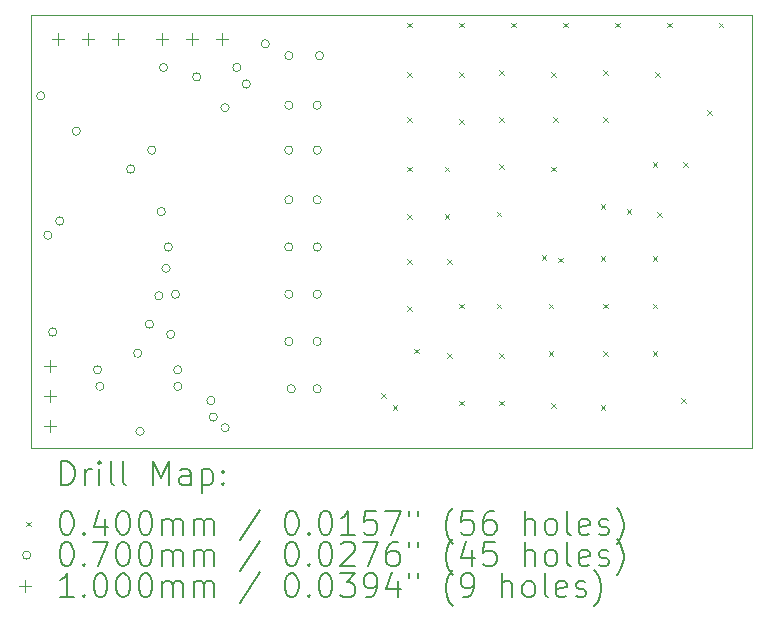
<source format=gbr>
%FSLAX45Y45*%
G04 Gerber Fmt 4.5, Leading zero omitted, Abs format (unit mm)*
G04 Created by KiCad (PCBNEW (6.0.2)) date 2022-05-19 16:25:28*
%MOMM*%
%LPD*%
G01*
G04 APERTURE LIST*
%TA.AperFunction,Profile*%
%ADD10C,0.100000*%
%TD*%
%ADD11C,0.200000*%
%ADD12C,0.040000*%
%ADD13C,0.070000*%
%ADD14C,0.100000*%
G04 APERTURE END LIST*
D10*
X0Y0D02*
X0Y3660000D01*
X6100000Y3660000D02*
X6100000Y0D01*
X6100000Y0D02*
X0Y0D01*
X0Y3660000D02*
X6100000Y3660000D01*
D11*
D12*
X2960000Y460000D02*
X3000000Y420000D01*
X3000000Y460000D02*
X2960000Y420000D01*
X3060000Y360000D02*
X3100000Y320000D01*
X3100000Y360000D02*
X3060000Y320000D01*
X3180000Y3600000D02*
X3220000Y3560000D01*
X3220000Y3600000D02*
X3180000Y3560000D01*
X3180000Y3180000D02*
X3220000Y3140000D01*
X3220000Y3180000D02*
X3180000Y3140000D01*
X3180000Y2800000D02*
X3220000Y2760000D01*
X3220000Y2800000D02*
X3180000Y2760000D01*
X3180000Y2380000D02*
X3220000Y2340000D01*
X3220000Y2380000D02*
X3180000Y2340000D01*
X3180000Y1980000D02*
X3220000Y1940000D01*
X3220000Y1980000D02*
X3180000Y1940000D01*
X3180000Y1600000D02*
X3220000Y1560000D01*
X3220000Y1600000D02*
X3180000Y1560000D01*
X3180000Y1200000D02*
X3220000Y1160000D01*
X3220000Y1200000D02*
X3180000Y1160000D01*
X3240000Y840000D02*
X3280000Y800000D01*
X3280000Y840000D02*
X3240000Y800000D01*
X3500000Y2380000D02*
X3540000Y2340000D01*
X3540000Y2380000D02*
X3500000Y2340000D01*
X3500000Y1980000D02*
X3540000Y1940000D01*
X3540000Y1980000D02*
X3500000Y1940000D01*
X3520000Y1600000D02*
X3560000Y1560000D01*
X3560000Y1600000D02*
X3520000Y1560000D01*
X3520000Y800000D02*
X3560000Y760000D01*
X3560000Y800000D02*
X3520000Y760000D01*
X3620000Y3600000D02*
X3660000Y3560000D01*
X3660000Y3600000D02*
X3620000Y3560000D01*
X3620000Y3180000D02*
X3660000Y3140000D01*
X3660000Y3180000D02*
X3620000Y3140000D01*
X3620000Y2780000D02*
X3660000Y2740000D01*
X3660000Y2780000D02*
X3620000Y2740000D01*
X3620000Y1220000D02*
X3660000Y1180000D01*
X3660000Y1220000D02*
X3620000Y1180000D01*
X3620000Y400000D02*
X3660000Y360000D01*
X3660000Y400000D02*
X3620000Y360000D01*
X3940000Y2000000D02*
X3980000Y1960000D01*
X3980000Y2000000D02*
X3940000Y1960000D01*
X3940000Y1220000D02*
X3980000Y1180000D01*
X3980000Y1220000D02*
X3940000Y1180000D01*
X3960000Y3200000D02*
X4000000Y3160000D01*
X4000000Y3200000D02*
X3960000Y3160000D01*
X3960000Y2800000D02*
X4000000Y2760000D01*
X4000000Y2800000D02*
X3960000Y2760000D01*
X3960000Y2400000D02*
X4000000Y2360000D01*
X4000000Y2400000D02*
X3960000Y2360000D01*
X3960000Y800000D02*
X4000000Y760000D01*
X4000000Y800000D02*
X3960000Y760000D01*
X3960000Y400000D02*
X4000000Y360000D01*
X4000000Y400000D02*
X3960000Y360000D01*
X4060000Y3600000D02*
X4100000Y3560000D01*
X4100000Y3600000D02*
X4060000Y3560000D01*
X4320619Y1631060D02*
X4360619Y1591060D01*
X4360619Y1631060D02*
X4320619Y1591060D01*
X4380000Y1220000D02*
X4420000Y1180000D01*
X4420000Y1220000D02*
X4380000Y1180000D01*
X4380000Y820000D02*
X4420000Y780000D01*
X4420000Y820000D02*
X4380000Y780000D01*
X4400000Y3180000D02*
X4440000Y3140000D01*
X4440000Y3180000D02*
X4400000Y3140000D01*
X4400000Y2380000D02*
X4440000Y2340000D01*
X4440000Y2380000D02*
X4400000Y2340000D01*
X4400000Y380000D02*
X4440000Y340000D01*
X4440000Y380000D02*
X4400000Y340000D01*
X4420000Y2800000D02*
X4460000Y2760000D01*
X4460000Y2800000D02*
X4420000Y2760000D01*
X4460000Y1608800D02*
X4500000Y1568800D01*
X4500000Y1608800D02*
X4460000Y1568800D01*
X4500000Y3600000D02*
X4540000Y3560000D01*
X4540000Y3600000D02*
X4500000Y3560000D01*
X4820000Y2060000D02*
X4860000Y2020000D01*
X4860000Y2060000D02*
X4820000Y2020000D01*
X4820000Y1620000D02*
X4860000Y1580000D01*
X4860000Y1620000D02*
X4820000Y1580000D01*
X4820000Y360000D02*
X4860000Y320000D01*
X4860000Y360000D02*
X4820000Y320000D01*
X4840000Y3200000D02*
X4880000Y3160000D01*
X4880000Y3200000D02*
X4840000Y3160000D01*
X4840000Y2800000D02*
X4880000Y2760000D01*
X4880000Y2800000D02*
X4840000Y2760000D01*
X4840000Y1220000D02*
X4880000Y1180000D01*
X4880000Y1220000D02*
X4840000Y1180000D01*
X4840000Y820000D02*
X4880000Y780000D01*
X4880000Y820000D02*
X4840000Y780000D01*
X4940000Y3600000D02*
X4980000Y3560000D01*
X4980000Y3600000D02*
X4940000Y3560000D01*
X5040026Y2019975D02*
X5080026Y1979975D01*
X5080026Y2019975D02*
X5040026Y1979975D01*
X5260000Y2420000D02*
X5300000Y2380000D01*
X5300000Y2420000D02*
X5260000Y2380000D01*
X5260000Y1620000D02*
X5300000Y1580000D01*
X5300000Y1620000D02*
X5260000Y1580000D01*
X5260000Y1220000D02*
X5300000Y1180000D01*
X5300000Y1220000D02*
X5260000Y1180000D01*
X5260000Y820000D02*
X5300000Y780000D01*
X5300000Y820000D02*
X5260000Y780000D01*
X5280000Y3180000D02*
X5320000Y3140000D01*
X5320000Y3180000D02*
X5280000Y3140000D01*
X5298888Y1996263D02*
X5338888Y1956263D01*
X5338888Y1996263D02*
X5298888Y1956263D01*
X5380000Y3600000D02*
X5420000Y3560000D01*
X5420000Y3600000D02*
X5380000Y3560000D01*
X5500000Y420000D02*
X5540000Y380000D01*
X5540000Y420000D02*
X5500000Y380000D01*
X5519796Y2419514D02*
X5559796Y2379514D01*
X5559796Y2419514D02*
X5519796Y2379514D01*
X5720000Y2860000D02*
X5760000Y2820000D01*
X5760000Y2860000D02*
X5720000Y2820000D01*
X5820000Y3600000D02*
X5860000Y3560000D01*
X5860000Y3600000D02*
X5820000Y3560000D01*
D13*
X115000Y2980000D02*
G75*
G03*
X115000Y2980000I-35000J0D01*
G01*
X174950Y1800000D02*
G75*
G03*
X174950Y1800000I-35000J0D01*
G01*
X215000Y980000D02*
G75*
G03*
X215000Y980000I-35000J0D01*
G01*
X275000Y1920000D02*
G75*
G03*
X275000Y1920000I-35000J0D01*
G01*
X415000Y2680000D02*
G75*
G03*
X415000Y2680000I-35000J0D01*
G01*
X595000Y660000D02*
G75*
G03*
X595000Y660000I-35000J0D01*
G01*
X615000Y520000D02*
G75*
G03*
X615000Y520000I-35000J0D01*
G01*
X875000Y2360000D02*
G75*
G03*
X875000Y2360000I-35000J0D01*
G01*
X935000Y800000D02*
G75*
G03*
X935000Y800000I-35000J0D01*
G01*
X955000Y140000D02*
G75*
G03*
X955000Y140000I-35000J0D01*
G01*
X1034950Y1046849D02*
G75*
G03*
X1034950Y1046849I-35000J0D01*
G01*
X1055000Y2520000D02*
G75*
G03*
X1055000Y2520000I-35000J0D01*
G01*
X1114950Y1286849D02*
G75*
G03*
X1114950Y1286849I-35000J0D01*
G01*
X1135000Y2000000D02*
G75*
G03*
X1135000Y2000000I-35000J0D01*
G01*
X1155000Y3220000D02*
G75*
G03*
X1155000Y3220000I-35000J0D01*
G01*
X1175000Y1520000D02*
G75*
G03*
X1175000Y1520000I-35000J0D01*
G01*
X1195000Y1700000D02*
G75*
G03*
X1195000Y1700000I-35000J0D01*
G01*
X1215000Y960000D02*
G75*
G03*
X1215000Y960000I-35000J0D01*
G01*
X1255000Y1300000D02*
G75*
G03*
X1255000Y1300000I-35000J0D01*
G01*
X1275000Y660000D02*
G75*
G03*
X1275000Y660000I-35000J0D01*
G01*
X1275000Y520000D02*
G75*
G03*
X1275000Y520000I-35000J0D01*
G01*
X1435000Y3140000D02*
G75*
G03*
X1435000Y3140000I-35000J0D01*
G01*
X1555000Y400000D02*
G75*
G03*
X1555000Y400000I-35000J0D01*
G01*
X1575000Y260000D02*
G75*
G03*
X1575000Y260000I-35000J0D01*
G01*
X1675000Y2880000D02*
G75*
G03*
X1675000Y2880000I-35000J0D01*
G01*
X1675000Y169900D02*
G75*
G03*
X1675000Y169900I-35000J0D01*
G01*
X1775000Y3220000D02*
G75*
G03*
X1775000Y3220000I-35000J0D01*
G01*
X1855000Y3080000D02*
G75*
G03*
X1855000Y3080000I-35000J0D01*
G01*
X2015000Y3420000D02*
G75*
G03*
X2015000Y3420000I-35000J0D01*
G01*
X2215000Y3320000D02*
G75*
G03*
X2215000Y3320000I-35000J0D01*
G01*
X2215000Y2900000D02*
G75*
G03*
X2215000Y2900000I-35000J0D01*
G01*
X2215000Y2520000D02*
G75*
G03*
X2215000Y2520000I-35000J0D01*
G01*
X2215000Y2100000D02*
G75*
G03*
X2215000Y2100000I-35000J0D01*
G01*
X2215000Y1700000D02*
G75*
G03*
X2215000Y1700000I-35000J0D01*
G01*
X2215000Y1300000D02*
G75*
G03*
X2215000Y1300000I-35000J0D01*
G01*
X2215000Y900000D02*
G75*
G03*
X2215000Y900000I-35000J0D01*
G01*
X2235000Y500000D02*
G75*
G03*
X2235000Y500000I-35000J0D01*
G01*
X2455000Y2900000D02*
G75*
G03*
X2455000Y2900000I-35000J0D01*
G01*
X2455000Y2520000D02*
G75*
G03*
X2455000Y2520000I-35000J0D01*
G01*
X2455000Y2100000D02*
G75*
G03*
X2455000Y2100000I-35000J0D01*
G01*
X2455000Y1700000D02*
G75*
G03*
X2455000Y1700000I-35000J0D01*
G01*
X2455000Y1300000D02*
G75*
G03*
X2455000Y1300000I-35000J0D01*
G01*
X2455000Y900000D02*
G75*
G03*
X2455000Y900000I-35000J0D01*
G01*
X2455000Y500000D02*
G75*
G03*
X2455000Y500000I-35000J0D01*
G01*
X2475000Y3320000D02*
G75*
G03*
X2475000Y3320000I-35000J0D01*
G01*
D14*
X157500Y745500D02*
X157500Y645500D01*
X107500Y695500D02*
X207500Y695500D01*
X157500Y491500D02*
X157500Y391500D01*
X107500Y441500D02*
X207500Y441500D01*
X157500Y237500D02*
X157500Y137500D01*
X107500Y187500D02*
X207500Y187500D01*
X227500Y3512500D02*
X227500Y3412500D01*
X177500Y3462500D02*
X277500Y3462500D01*
X481500Y3512500D02*
X481500Y3412500D01*
X431500Y3462500D02*
X531500Y3462500D01*
X735500Y3512500D02*
X735500Y3412500D01*
X685500Y3462500D02*
X785500Y3462500D01*
X1107500Y3512500D02*
X1107500Y3412500D01*
X1057500Y3462500D02*
X1157500Y3462500D01*
X1361500Y3512500D02*
X1361500Y3412500D01*
X1311500Y3462500D02*
X1411500Y3462500D01*
X1615500Y3512500D02*
X1615500Y3412500D01*
X1565500Y3462500D02*
X1665500Y3462500D01*
D11*
X252619Y-315476D02*
X252619Y-115476D01*
X300238Y-115476D01*
X328810Y-125000D01*
X347857Y-144048D01*
X357381Y-163095D01*
X366905Y-201190D01*
X366905Y-229762D01*
X357381Y-267857D01*
X347857Y-286905D01*
X328810Y-305952D01*
X300238Y-315476D01*
X252619Y-315476D01*
X452619Y-315476D02*
X452619Y-182143D01*
X452619Y-220238D02*
X462143Y-201190D01*
X471667Y-191667D01*
X490714Y-182143D01*
X509762Y-182143D01*
X576429Y-315476D02*
X576429Y-182143D01*
X576429Y-115476D02*
X566905Y-125000D01*
X576429Y-134524D01*
X585952Y-125000D01*
X576429Y-115476D01*
X576429Y-134524D01*
X700238Y-315476D02*
X681190Y-305952D01*
X671667Y-286905D01*
X671667Y-115476D01*
X805000Y-315476D02*
X785952Y-305952D01*
X776428Y-286905D01*
X776428Y-115476D01*
X1033571Y-315476D02*
X1033571Y-115476D01*
X1100238Y-258333D01*
X1166905Y-115476D01*
X1166905Y-315476D01*
X1347857Y-315476D02*
X1347857Y-210714D01*
X1338333Y-191667D01*
X1319286Y-182143D01*
X1281190Y-182143D01*
X1262143Y-191667D01*
X1347857Y-305952D02*
X1328810Y-315476D01*
X1281190Y-315476D01*
X1262143Y-305952D01*
X1252619Y-286905D01*
X1252619Y-267857D01*
X1262143Y-248809D01*
X1281190Y-239286D01*
X1328810Y-239286D01*
X1347857Y-229762D01*
X1443095Y-182143D02*
X1443095Y-382143D01*
X1443095Y-191667D02*
X1462143Y-182143D01*
X1500238Y-182143D01*
X1519286Y-191667D01*
X1528809Y-201190D01*
X1538333Y-220238D01*
X1538333Y-277381D01*
X1528809Y-296429D01*
X1519286Y-305952D01*
X1500238Y-315476D01*
X1462143Y-315476D01*
X1443095Y-305952D01*
X1624048Y-296429D02*
X1633571Y-305952D01*
X1624048Y-315476D01*
X1614524Y-305952D01*
X1624048Y-296429D01*
X1624048Y-315476D01*
X1624048Y-191667D02*
X1633571Y-201190D01*
X1624048Y-210714D01*
X1614524Y-201190D01*
X1624048Y-191667D01*
X1624048Y-210714D01*
D12*
X-45000Y-625000D02*
X-5000Y-665000D01*
X-5000Y-625000D02*
X-45000Y-665000D01*
D11*
X290714Y-535476D02*
X309762Y-535476D01*
X328810Y-545000D01*
X338333Y-554524D01*
X347857Y-573571D01*
X357381Y-611667D01*
X357381Y-659286D01*
X347857Y-697381D01*
X338333Y-716428D01*
X328810Y-725952D01*
X309762Y-735476D01*
X290714Y-735476D01*
X271667Y-725952D01*
X262143Y-716428D01*
X252619Y-697381D01*
X243095Y-659286D01*
X243095Y-611667D01*
X252619Y-573571D01*
X262143Y-554524D01*
X271667Y-545000D01*
X290714Y-535476D01*
X443095Y-716428D02*
X452619Y-725952D01*
X443095Y-735476D01*
X433571Y-725952D01*
X443095Y-716428D01*
X443095Y-735476D01*
X624048Y-602143D02*
X624048Y-735476D01*
X576429Y-525952D02*
X528810Y-668810D01*
X652619Y-668810D01*
X766905Y-535476D02*
X785952Y-535476D01*
X805000Y-545000D01*
X814524Y-554524D01*
X824048Y-573571D01*
X833571Y-611667D01*
X833571Y-659286D01*
X824048Y-697381D01*
X814524Y-716428D01*
X805000Y-725952D01*
X785952Y-735476D01*
X766905Y-735476D01*
X747857Y-725952D01*
X738333Y-716428D01*
X728809Y-697381D01*
X719286Y-659286D01*
X719286Y-611667D01*
X728809Y-573571D01*
X738333Y-554524D01*
X747857Y-545000D01*
X766905Y-535476D01*
X957381Y-535476D02*
X976428Y-535476D01*
X995476Y-545000D01*
X1005000Y-554524D01*
X1014524Y-573571D01*
X1024048Y-611667D01*
X1024048Y-659286D01*
X1014524Y-697381D01*
X1005000Y-716428D01*
X995476Y-725952D01*
X976428Y-735476D01*
X957381Y-735476D01*
X938333Y-725952D01*
X928809Y-716428D01*
X919286Y-697381D01*
X909762Y-659286D01*
X909762Y-611667D01*
X919286Y-573571D01*
X928809Y-554524D01*
X938333Y-545000D01*
X957381Y-535476D01*
X1109762Y-735476D02*
X1109762Y-602143D01*
X1109762Y-621190D02*
X1119286Y-611667D01*
X1138333Y-602143D01*
X1166905Y-602143D01*
X1185952Y-611667D01*
X1195476Y-630714D01*
X1195476Y-735476D01*
X1195476Y-630714D02*
X1205000Y-611667D01*
X1224048Y-602143D01*
X1252619Y-602143D01*
X1271667Y-611667D01*
X1281190Y-630714D01*
X1281190Y-735476D01*
X1376429Y-735476D02*
X1376429Y-602143D01*
X1376429Y-621190D02*
X1385952Y-611667D01*
X1405000Y-602143D01*
X1433571Y-602143D01*
X1452619Y-611667D01*
X1462143Y-630714D01*
X1462143Y-735476D01*
X1462143Y-630714D02*
X1471667Y-611667D01*
X1490714Y-602143D01*
X1519286Y-602143D01*
X1538333Y-611667D01*
X1547857Y-630714D01*
X1547857Y-735476D01*
X1938333Y-525952D02*
X1766905Y-783095D01*
X2195476Y-535476D02*
X2214524Y-535476D01*
X2233571Y-545000D01*
X2243095Y-554524D01*
X2252619Y-573571D01*
X2262143Y-611667D01*
X2262143Y-659286D01*
X2252619Y-697381D01*
X2243095Y-716428D01*
X2233571Y-725952D01*
X2214524Y-735476D01*
X2195476Y-735476D01*
X2176429Y-725952D01*
X2166905Y-716428D01*
X2157381Y-697381D01*
X2147857Y-659286D01*
X2147857Y-611667D01*
X2157381Y-573571D01*
X2166905Y-554524D01*
X2176429Y-545000D01*
X2195476Y-535476D01*
X2347857Y-716428D02*
X2357381Y-725952D01*
X2347857Y-735476D01*
X2338333Y-725952D01*
X2347857Y-716428D01*
X2347857Y-735476D01*
X2481190Y-535476D02*
X2500238Y-535476D01*
X2519286Y-545000D01*
X2528810Y-554524D01*
X2538333Y-573571D01*
X2547857Y-611667D01*
X2547857Y-659286D01*
X2538333Y-697381D01*
X2528810Y-716428D01*
X2519286Y-725952D01*
X2500238Y-735476D01*
X2481190Y-735476D01*
X2462143Y-725952D01*
X2452619Y-716428D01*
X2443095Y-697381D01*
X2433571Y-659286D01*
X2433571Y-611667D01*
X2443095Y-573571D01*
X2452619Y-554524D01*
X2462143Y-545000D01*
X2481190Y-535476D01*
X2738333Y-735476D02*
X2624048Y-735476D01*
X2681190Y-735476D02*
X2681190Y-535476D01*
X2662143Y-564048D01*
X2643095Y-583095D01*
X2624048Y-592619D01*
X2919286Y-535476D02*
X2824048Y-535476D01*
X2814524Y-630714D01*
X2824048Y-621190D01*
X2843095Y-611667D01*
X2890714Y-611667D01*
X2909762Y-621190D01*
X2919286Y-630714D01*
X2928809Y-649762D01*
X2928809Y-697381D01*
X2919286Y-716428D01*
X2909762Y-725952D01*
X2890714Y-735476D01*
X2843095Y-735476D01*
X2824048Y-725952D01*
X2814524Y-716428D01*
X2995476Y-535476D02*
X3128809Y-535476D01*
X3043095Y-735476D01*
X3195476Y-535476D02*
X3195476Y-573571D01*
X3271667Y-535476D02*
X3271667Y-573571D01*
X3566905Y-811667D02*
X3557381Y-802143D01*
X3538333Y-773571D01*
X3528809Y-754524D01*
X3519286Y-725952D01*
X3509762Y-678333D01*
X3509762Y-640238D01*
X3519286Y-592619D01*
X3528809Y-564048D01*
X3538333Y-545000D01*
X3557381Y-516428D01*
X3566905Y-506905D01*
X3738333Y-535476D02*
X3643095Y-535476D01*
X3633571Y-630714D01*
X3643095Y-621190D01*
X3662143Y-611667D01*
X3709762Y-611667D01*
X3728809Y-621190D01*
X3738333Y-630714D01*
X3747857Y-649762D01*
X3747857Y-697381D01*
X3738333Y-716428D01*
X3728809Y-725952D01*
X3709762Y-735476D01*
X3662143Y-735476D01*
X3643095Y-725952D01*
X3633571Y-716428D01*
X3919286Y-535476D02*
X3881190Y-535476D01*
X3862143Y-545000D01*
X3852619Y-554524D01*
X3833571Y-583095D01*
X3824048Y-621190D01*
X3824048Y-697381D01*
X3833571Y-716428D01*
X3843095Y-725952D01*
X3862143Y-735476D01*
X3900238Y-735476D01*
X3919286Y-725952D01*
X3928809Y-716428D01*
X3938333Y-697381D01*
X3938333Y-649762D01*
X3928809Y-630714D01*
X3919286Y-621190D01*
X3900238Y-611667D01*
X3862143Y-611667D01*
X3843095Y-621190D01*
X3833571Y-630714D01*
X3824048Y-649762D01*
X4176428Y-735476D02*
X4176428Y-535476D01*
X4262143Y-735476D02*
X4262143Y-630714D01*
X4252619Y-611667D01*
X4233571Y-602143D01*
X4205000Y-602143D01*
X4185952Y-611667D01*
X4176428Y-621190D01*
X4385952Y-735476D02*
X4366905Y-725952D01*
X4357381Y-716428D01*
X4347857Y-697381D01*
X4347857Y-640238D01*
X4357381Y-621190D01*
X4366905Y-611667D01*
X4385952Y-602143D01*
X4414524Y-602143D01*
X4433571Y-611667D01*
X4443095Y-621190D01*
X4452619Y-640238D01*
X4452619Y-697381D01*
X4443095Y-716428D01*
X4433571Y-725952D01*
X4414524Y-735476D01*
X4385952Y-735476D01*
X4566905Y-735476D02*
X4547857Y-725952D01*
X4538333Y-706905D01*
X4538333Y-535476D01*
X4719286Y-725952D02*
X4700238Y-735476D01*
X4662143Y-735476D01*
X4643095Y-725952D01*
X4633571Y-706905D01*
X4633571Y-630714D01*
X4643095Y-611667D01*
X4662143Y-602143D01*
X4700238Y-602143D01*
X4719286Y-611667D01*
X4728810Y-630714D01*
X4728810Y-649762D01*
X4633571Y-668810D01*
X4805000Y-725952D02*
X4824048Y-735476D01*
X4862143Y-735476D01*
X4881190Y-725952D01*
X4890714Y-706905D01*
X4890714Y-697381D01*
X4881190Y-678333D01*
X4862143Y-668810D01*
X4833571Y-668810D01*
X4814524Y-659286D01*
X4805000Y-640238D01*
X4805000Y-630714D01*
X4814524Y-611667D01*
X4833571Y-602143D01*
X4862143Y-602143D01*
X4881190Y-611667D01*
X4957381Y-811667D02*
X4966905Y-802143D01*
X4985952Y-773571D01*
X4995476Y-754524D01*
X5005000Y-725952D01*
X5014524Y-678333D01*
X5014524Y-640238D01*
X5005000Y-592619D01*
X4995476Y-564048D01*
X4985952Y-545000D01*
X4966905Y-516428D01*
X4957381Y-506905D01*
D13*
X-5000Y-909000D02*
G75*
G03*
X-5000Y-909000I-35000J0D01*
G01*
D11*
X290714Y-799476D02*
X309762Y-799476D01*
X328810Y-809000D01*
X338333Y-818524D01*
X347857Y-837571D01*
X357381Y-875667D01*
X357381Y-923286D01*
X347857Y-961381D01*
X338333Y-980428D01*
X328810Y-989952D01*
X309762Y-999476D01*
X290714Y-999476D01*
X271667Y-989952D01*
X262143Y-980428D01*
X252619Y-961381D01*
X243095Y-923286D01*
X243095Y-875667D01*
X252619Y-837571D01*
X262143Y-818524D01*
X271667Y-809000D01*
X290714Y-799476D01*
X443095Y-980428D02*
X452619Y-989952D01*
X443095Y-999476D01*
X433571Y-989952D01*
X443095Y-980428D01*
X443095Y-999476D01*
X519286Y-799476D02*
X652619Y-799476D01*
X566905Y-999476D01*
X766905Y-799476D02*
X785952Y-799476D01*
X805000Y-809000D01*
X814524Y-818524D01*
X824048Y-837571D01*
X833571Y-875667D01*
X833571Y-923286D01*
X824048Y-961381D01*
X814524Y-980428D01*
X805000Y-989952D01*
X785952Y-999476D01*
X766905Y-999476D01*
X747857Y-989952D01*
X738333Y-980428D01*
X728809Y-961381D01*
X719286Y-923286D01*
X719286Y-875667D01*
X728809Y-837571D01*
X738333Y-818524D01*
X747857Y-809000D01*
X766905Y-799476D01*
X957381Y-799476D02*
X976428Y-799476D01*
X995476Y-809000D01*
X1005000Y-818524D01*
X1014524Y-837571D01*
X1024048Y-875667D01*
X1024048Y-923286D01*
X1014524Y-961381D01*
X1005000Y-980428D01*
X995476Y-989952D01*
X976428Y-999476D01*
X957381Y-999476D01*
X938333Y-989952D01*
X928809Y-980428D01*
X919286Y-961381D01*
X909762Y-923286D01*
X909762Y-875667D01*
X919286Y-837571D01*
X928809Y-818524D01*
X938333Y-809000D01*
X957381Y-799476D01*
X1109762Y-999476D02*
X1109762Y-866143D01*
X1109762Y-885190D02*
X1119286Y-875667D01*
X1138333Y-866143D01*
X1166905Y-866143D01*
X1185952Y-875667D01*
X1195476Y-894714D01*
X1195476Y-999476D01*
X1195476Y-894714D02*
X1205000Y-875667D01*
X1224048Y-866143D01*
X1252619Y-866143D01*
X1271667Y-875667D01*
X1281190Y-894714D01*
X1281190Y-999476D01*
X1376429Y-999476D02*
X1376429Y-866143D01*
X1376429Y-885190D02*
X1385952Y-875667D01*
X1405000Y-866143D01*
X1433571Y-866143D01*
X1452619Y-875667D01*
X1462143Y-894714D01*
X1462143Y-999476D01*
X1462143Y-894714D02*
X1471667Y-875667D01*
X1490714Y-866143D01*
X1519286Y-866143D01*
X1538333Y-875667D01*
X1547857Y-894714D01*
X1547857Y-999476D01*
X1938333Y-789952D02*
X1766905Y-1047095D01*
X2195476Y-799476D02*
X2214524Y-799476D01*
X2233571Y-809000D01*
X2243095Y-818524D01*
X2252619Y-837571D01*
X2262143Y-875667D01*
X2262143Y-923286D01*
X2252619Y-961381D01*
X2243095Y-980428D01*
X2233571Y-989952D01*
X2214524Y-999476D01*
X2195476Y-999476D01*
X2176429Y-989952D01*
X2166905Y-980428D01*
X2157381Y-961381D01*
X2147857Y-923286D01*
X2147857Y-875667D01*
X2157381Y-837571D01*
X2166905Y-818524D01*
X2176429Y-809000D01*
X2195476Y-799476D01*
X2347857Y-980428D02*
X2357381Y-989952D01*
X2347857Y-999476D01*
X2338333Y-989952D01*
X2347857Y-980428D01*
X2347857Y-999476D01*
X2481190Y-799476D02*
X2500238Y-799476D01*
X2519286Y-809000D01*
X2528810Y-818524D01*
X2538333Y-837571D01*
X2547857Y-875667D01*
X2547857Y-923286D01*
X2538333Y-961381D01*
X2528810Y-980428D01*
X2519286Y-989952D01*
X2500238Y-999476D01*
X2481190Y-999476D01*
X2462143Y-989952D01*
X2452619Y-980428D01*
X2443095Y-961381D01*
X2433571Y-923286D01*
X2433571Y-875667D01*
X2443095Y-837571D01*
X2452619Y-818524D01*
X2462143Y-809000D01*
X2481190Y-799476D01*
X2624048Y-818524D02*
X2633571Y-809000D01*
X2652619Y-799476D01*
X2700238Y-799476D01*
X2719286Y-809000D01*
X2728810Y-818524D01*
X2738333Y-837571D01*
X2738333Y-856619D01*
X2728810Y-885190D01*
X2614524Y-999476D01*
X2738333Y-999476D01*
X2805000Y-799476D02*
X2938333Y-799476D01*
X2852619Y-999476D01*
X3100238Y-799476D02*
X3062143Y-799476D01*
X3043095Y-809000D01*
X3033571Y-818524D01*
X3014524Y-847095D01*
X3005000Y-885190D01*
X3005000Y-961381D01*
X3014524Y-980428D01*
X3024048Y-989952D01*
X3043095Y-999476D01*
X3081190Y-999476D01*
X3100238Y-989952D01*
X3109762Y-980428D01*
X3119286Y-961381D01*
X3119286Y-913762D01*
X3109762Y-894714D01*
X3100238Y-885190D01*
X3081190Y-875667D01*
X3043095Y-875667D01*
X3024048Y-885190D01*
X3014524Y-894714D01*
X3005000Y-913762D01*
X3195476Y-799476D02*
X3195476Y-837571D01*
X3271667Y-799476D02*
X3271667Y-837571D01*
X3566905Y-1075667D02*
X3557381Y-1066143D01*
X3538333Y-1037571D01*
X3528809Y-1018524D01*
X3519286Y-989952D01*
X3509762Y-942333D01*
X3509762Y-904238D01*
X3519286Y-856619D01*
X3528809Y-828048D01*
X3538333Y-809000D01*
X3557381Y-780428D01*
X3566905Y-770905D01*
X3728809Y-866143D02*
X3728809Y-999476D01*
X3681190Y-789952D02*
X3633571Y-932809D01*
X3757381Y-932809D01*
X3928809Y-799476D02*
X3833571Y-799476D01*
X3824048Y-894714D01*
X3833571Y-885190D01*
X3852619Y-875667D01*
X3900238Y-875667D01*
X3919286Y-885190D01*
X3928809Y-894714D01*
X3938333Y-913762D01*
X3938333Y-961381D01*
X3928809Y-980428D01*
X3919286Y-989952D01*
X3900238Y-999476D01*
X3852619Y-999476D01*
X3833571Y-989952D01*
X3824048Y-980428D01*
X4176428Y-999476D02*
X4176428Y-799476D01*
X4262143Y-999476D02*
X4262143Y-894714D01*
X4252619Y-875667D01*
X4233571Y-866143D01*
X4205000Y-866143D01*
X4185952Y-875667D01*
X4176428Y-885190D01*
X4385952Y-999476D02*
X4366905Y-989952D01*
X4357381Y-980428D01*
X4347857Y-961381D01*
X4347857Y-904238D01*
X4357381Y-885190D01*
X4366905Y-875667D01*
X4385952Y-866143D01*
X4414524Y-866143D01*
X4433571Y-875667D01*
X4443095Y-885190D01*
X4452619Y-904238D01*
X4452619Y-961381D01*
X4443095Y-980428D01*
X4433571Y-989952D01*
X4414524Y-999476D01*
X4385952Y-999476D01*
X4566905Y-999476D02*
X4547857Y-989952D01*
X4538333Y-970905D01*
X4538333Y-799476D01*
X4719286Y-989952D02*
X4700238Y-999476D01*
X4662143Y-999476D01*
X4643095Y-989952D01*
X4633571Y-970905D01*
X4633571Y-894714D01*
X4643095Y-875667D01*
X4662143Y-866143D01*
X4700238Y-866143D01*
X4719286Y-875667D01*
X4728810Y-894714D01*
X4728810Y-913762D01*
X4633571Y-932809D01*
X4805000Y-989952D02*
X4824048Y-999476D01*
X4862143Y-999476D01*
X4881190Y-989952D01*
X4890714Y-970905D01*
X4890714Y-961381D01*
X4881190Y-942333D01*
X4862143Y-932809D01*
X4833571Y-932809D01*
X4814524Y-923286D01*
X4805000Y-904238D01*
X4805000Y-894714D01*
X4814524Y-875667D01*
X4833571Y-866143D01*
X4862143Y-866143D01*
X4881190Y-875667D01*
X4957381Y-1075667D02*
X4966905Y-1066143D01*
X4985952Y-1037571D01*
X4995476Y-1018524D01*
X5005000Y-989952D01*
X5014524Y-942333D01*
X5014524Y-904238D01*
X5005000Y-856619D01*
X4995476Y-828048D01*
X4985952Y-809000D01*
X4966905Y-780428D01*
X4957381Y-770905D01*
D14*
X-55000Y-1123000D02*
X-55000Y-1223000D01*
X-105000Y-1173000D02*
X-5000Y-1173000D01*
D11*
X357381Y-1263476D02*
X243095Y-1263476D01*
X300238Y-1263476D02*
X300238Y-1063476D01*
X281190Y-1092048D01*
X262143Y-1111095D01*
X243095Y-1120619D01*
X443095Y-1244429D02*
X452619Y-1253952D01*
X443095Y-1263476D01*
X433571Y-1253952D01*
X443095Y-1244429D01*
X443095Y-1263476D01*
X576429Y-1063476D02*
X595476Y-1063476D01*
X614524Y-1073000D01*
X624048Y-1082524D01*
X633571Y-1101571D01*
X643095Y-1139667D01*
X643095Y-1187286D01*
X633571Y-1225381D01*
X624048Y-1244429D01*
X614524Y-1253952D01*
X595476Y-1263476D01*
X576429Y-1263476D01*
X557381Y-1253952D01*
X547857Y-1244429D01*
X538333Y-1225381D01*
X528810Y-1187286D01*
X528810Y-1139667D01*
X538333Y-1101571D01*
X547857Y-1082524D01*
X557381Y-1073000D01*
X576429Y-1063476D01*
X766905Y-1063476D02*
X785952Y-1063476D01*
X805000Y-1073000D01*
X814524Y-1082524D01*
X824048Y-1101571D01*
X833571Y-1139667D01*
X833571Y-1187286D01*
X824048Y-1225381D01*
X814524Y-1244429D01*
X805000Y-1253952D01*
X785952Y-1263476D01*
X766905Y-1263476D01*
X747857Y-1253952D01*
X738333Y-1244429D01*
X728809Y-1225381D01*
X719286Y-1187286D01*
X719286Y-1139667D01*
X728809Y-1101571D01*
X738333Y-1082524D01*
X747857Y-1073000D01*
X766905Y-1063476D01*
X957381Y-1063476D02*
X976428Y-1063476D01*
X995476Y-1073000D01*
X1005000Y-1082524D01*
X1014524Y-1101571D01*
X1024048Y-1139667D01*
X1024048Y-1187286D01*
X1014524Y-1225381D01*
X1005000Y-1244429D01*
X995476Y-1253952D01*
X976428Y-1263476D01*
X957381Y-1263476D01*
X938333Y-1253952D01*
X928809Y-1244429D01*
X919286Y-1225381D01*
X909762Y-1187286D01*
X909762Y-1139667D01*
X919286Y-1101571D01*
X928809Y-1082524D01*
X938333Y-1073000D01*
X957381Y-1063476D01*
X1109762Y-1263476D02*
X1109762Y-1130143D01*
X1109762Y-1149190D02*
X1119286Y-1139667D01*
X1138333Y-1130143D01*
X1166905Y-1130143D01*
X1185952Y-1139667D01*
X1195476Y-1158714D01*
X1195476Y-1263476D01*
X1195476Y-1158714D02*
X1205000Y-1139667D01*
X1224048Y-1130143D01*
X1252619Y-1130143D01*
X1271667Y-1139667D01*
X1281190Y-1158714D01*
X1281190Y-1263476D01*
X1376429Y-1263476D02*
X1376429Y-1130143D01*
X1376429Y-1149190D02*
X1385952Y-1139667D01*
X1405000Y-1130143D01*
X1433571Y-1130143D01*
X1452619Y-1139667D01*
X1462143Y-1158714D01*
X1462143Y-1263476D01*
X1462143Y-1158714D02*
X1471667Y-1139667D01*
X1490714Y-1130143D01*
X1519286Y-1130143D01*
X1538333Y-1139667D01*
X1547857Y-1158714D01*
X1547857Y-1263476D01*
X1938333Y-1053952D02*
X1766905Y-1311095D01*
X2195476Y-1063476D02*
X2214524Y-1063476D01*
X2233571Y-1073000D01*
X2243095Y-1082524D01*
X2252619Y-1101571D01*
X2262143Y-1139667D01*
X2262143Y-1187286D01*
X2252619Y-1225381D01*
X2243095Y-1244429D01*
X2233571Y-1253952D01*
X2214524Y-1263476D01*
X2195476Y-1263476D01*
X2176429Y-1253952D01*
X2166905Y-1244429D01*
X2157381Y-1225381D01*
X2147857Y-1187286D01*
X2147857Y-1139667D01*
X2157381Y-1101571D01*
X2166905Y-1082524D01*
X2176429Y-1073000D01*
X2195476Y-1063476D01*
X2347857Y-1244429D02*
X2357381Y-1253952D01*
X2347857Y-1263476D01*
X2338333Y-1253952D01*
X2347857Y-1244429D01*
X2347857Y-1263476D01*
X2481190Y-1063476D02*
X2500238Y-1063476D01*
X2519286Y-1073000D01*
X2528810Y-1082524D01*
X2538333Y-1101571D01*
X2547857Y-1139667D01*
X2547857Y-1187286D01*
X2538333Y-1225381D01*
X2528810Y-1244429D01*
X2519286Y-1253952D01*
X2500238Y-1263476D01*
X2481190Y-1263476D01*
X2462143Y-1253952D01*
X2452619Y-1244429D01*
X2443095Y-1225381D01*
X2433571Y-1187286D01*
X2433571Y-1139667D01*
X2443095Y-1101571D01*
X2452619Y-1082524D01*
X2462143Y-1073000D01*
X2481190Y-1063476D01*
X2614524Y-1063476D02*
X2738333Y-1063476D01*
X2671667Y-1139667D01*
X2700238Y-1139667D01*
X2719286Y-1149190D01*
X2728810Y-1158714D01*
X2738333Y-1177762D01*
X2738333Y-1225381D01*
X2728810Y-1244429D01*
X2719286Y-1253952D01*
X2700238Y-1263476D01*
X2643095Y-1263476D01*
X2624048Y-1253952D01*
X2614524Y-1244429D01*
X2833571Y-1263476D02*
X2871667Y-1263476D01*
X2890714Y-1253952D01*
X2900238Y-1244429D01*
X2919286Y-1215857D01*
X2928809Y-1177762D01*
X2928809Y-1101571D01*
X2919286Y-1082524D01*
X2909762Y-1073000D01*
X2890714Y-1063476D01*
X2852619Y-1063476D01*
X2833571Y-1073000D01*
X2824048Y-1082524D01*
X2814524Y-1101571D01*
X2814524Y-1149190D01*
X2824048Y-1168238D01*
X2833571Y-1177762D01*
X2852619Y-1187286D01*
X2890714Y-1187286D01*
X2909762Y-1177762D01*
X2919286Y-1168238D01*
X2928809Y-1149190D01*
X3100238Y-1130143D02*
X3100238Y-1263476D01*
X3052619Y-1053952D02*
X3005000Y-1196810D01*
X3128809Y-1196810D01*
X3195476Y-1063476D02*
X3195476Y-1101571D01*
X3271667Y-1063476D02*
X3271667Y-1101571D01*
X3566905Y-1339667D02*
X3557381Y-1330143D01*
X3538333Y-1301571D01*
X3528809Y-1282524D01*
X3519286Y-1253952D01*
X3509762Y-1206333D01*
X3509762Y-1168238D01*
X3519286Y-1120619D01*
X3528809Y-1092048D01*
X3538333Y-1073000D01*
X3557381Y-1044428D01*
X3566905Y-1034905D01*
X3652619Y-1263476D02*
X3690714Y-1263476D01*
X3709762Y-1253952D01*
X3719286Y-1244429D01*
X3738333Y-1215857D01*
X3747857Y-1177762D01*
X3747857Y-1101571D01*
X3738333Y-1082524D01*
X3728809Y-1073000D01*
X3709762Y-1063476D01*
X3671667Y-1063476D01*
X3652619Y-1073000D01*
X3643095Y-1082524D01*
X3633571Y-1101571D01*
X3633571Y-1149190D01*
X3643095Y-1168238D01*
X3652619Y-1177762D01*
X3671667Y-1187286D01*
X3709762Y-1187286D01*
X3728809Y-1177762D01*
X3738333Y-1168238D01*
X3747857Y-1149190D01*
X3985952Y-1263476D02*
X3985952Y-1063476D01*
X4071667Y-1263476D02*
X4071667Y-1158714D01*
X4062143Y-1139667D01*
X4043095Y-1130143D01*
X4014524Y-1130143D01*
X3995476Y-1139667D01*
X3985952Y-1149190D01*
X4195476Y-1263476D02*
X4176428Y-1253952D01*
X4166905Y-1244429D01*
X4157381Y-1225381D01*
X4157381Y-1168238D01*
X4166905Y-1149190D01*
X4176428Y-1139667D01*
X4195476Y-1130143D01*
X4224048Y-1130143D01*
X4243095Y-1139667D01*
X4252619Y-1149190D01*
X4262143Y-1168238D01*
X4262143Y-1225381D01*
X4252619Y-1244429D01*
X4243095Y-1253952D01*
X4224048Y-1263476D01*
X4195476Y-1263476D01*
X4376429Y-1263476D02*
X4357381Y-1253952D01*
X4347857Y-1234905D01*
X4347857Y-1063476D01*
X4528810Y-1253952D02*
X4509762Y-1263476D01*
X4471667Y-1263476D01*
X4452619Y-1253952D01*
X4443095Y-1234905D01*
X4443095Y-1158714D01*
X4452619Y-1139667D01*
X4471667Y-1130143D01*
X4509762Y-1130143D01*
X4528810Y-1139667D01*
X4538333Y-1158714D01*
X4538333Y-1177762D01*
X4443095Y-1196810D01*
X4614524Y-1253952D02*
X4633571Y-1263476D01*
X4671667Y-1263476D01*
X4690714Y-1253952D01*
X4700238Y-1234905D01*
X4700238Y-1225381D01*
X4690714Y-1206333D01*
X4671667Y-1196810D01*
X4643095Y-1196810D01*
X4624048Y-1187286D01*
X4614524Y-1168238D01*
X4614524Y-1158714D01*
X4624048Y-1139667D01*
X4643095Y-1130143D01*
X4671667Y-1130143D01*
X4690714Y-1139667D01*
X4766905Y-1339667D02*
X4776429Y-1330143D01*
X4795476Y-1301571D01*
X4805000Y-1282524D01*
X4814524Y-1253952D01*
X4824048Y-1206333D01*
X4824048Y-1168238D01*
X4814524Y-1120619D01*
X4805000Y-1092048D01*
X4795476Y-1073000D01*
X4776429Y-1044428D01*
X4766905Y-1034905D01*
M02*

</source>
